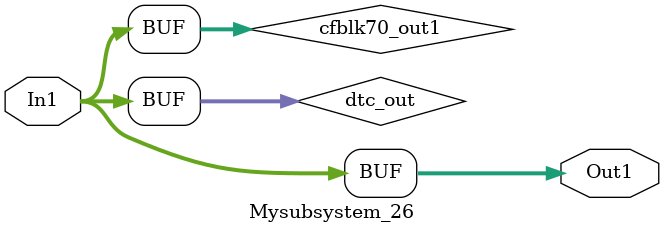
<source format=v>



`timescale 1 ns / 1 ns

module Mysubsystem_26
          (In1,
           Out1);


  input   [7:0] In1;  // uint8
  output  [7:0] Out1;  // uint8


  wire [7:0] dtc_out;  // ufix8
  wire [7:0] cfblk70_out1;  // uint8


  assign dtc_out = In1;



  assign cfblk70_out1 = dtc_out;



  assign Out1 = cfblk70_out1;

endmodule  // Mysubsystem_26


</source>
